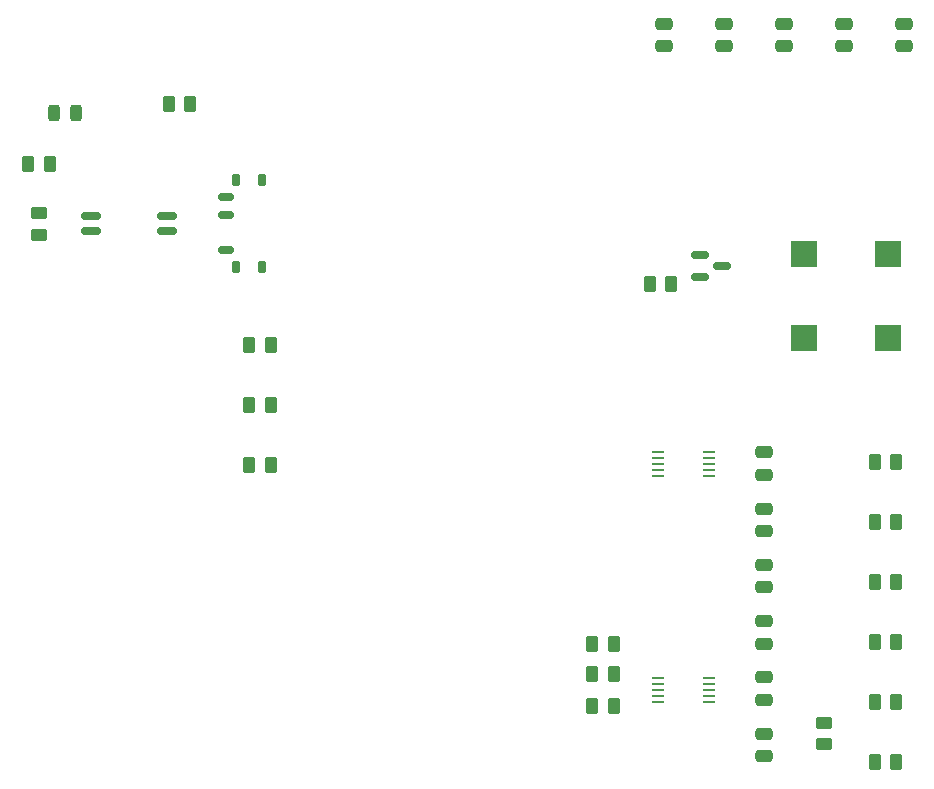
<source format=gbr>
%TF.GenerationSoftware,KiCad,Pcbnew,9.0.7*%
%TF.CreationDate,2026-02-19T19:21:46-05:00*%
%TF.ProjectId,low volt board - NL  S-3C-v2,6c6f7720-766f-46c7-9420-626f61726420,rev?*%
%TF.SameCoordinates,Original*%
%TF.FileFunction,Paste,Top*%
%TF.FilePolarity,Positive*%
%FSLAX46Y46*%
G04 Gerber Fmt 4.6, Leading zero omitted, Abs format (unit mm)*
G04 Created by KiCad (PCBNEW 9.0.7) date 2026-02-19 19:21:46*
%MOMM*%
%LPD*%
G01*
G04 APERTURE LIST*
G04 Aperture macros list*
%AMRoundRect*
0 Rectangle with rounded corners*
0 $1 Rounding radius*
0 $2 $3 $4 $5 $6 $7 $8 $9 X,Y pos of 4 corners*
0 Add a 4 corners polygon primitive as box body*
4,1,4,$2,$3,$4,$5,$6,$7,$8,$9,$2,$3,0*
0 Add four circle primitives for the rounded corners*
1,1,$1+$1,$2,$3*
1,1,$1+$1,$4,$5*
1,1,$1+$1,$6,$7*
1,1,$1+$1,$8,$9*
0 Add four rect primitives between the rounded corners*
20,1,$1+$1,$2,$3,$4,$5,0*
20,1,$1+$1,$4,$5,$6,$7,0*
20,1,$1+$1,$6,$7,$8,$9,0*
20,1,$1+$1,$8,$9,$2,$3,0*%
G04 Aperture macros list end*
%ADD10RoundRect,0.250000X0.262500X0.450000X-0.262500X0.450000X-0.262500X-0.450000X0.262500X-0.450000X0*%
%ADD11RoundRect,0.150000X0.662500X0.150000X-0.662500X0.150000X-0.662500X-0.150000X0.662500X-0.150000X0*%
%ADD12RoundRect,0.250000X-0.262500X-0.450000X0.262500X-0.450000X0.262500X0.450000X-0.262500X0.450000X0*%
%ADD13R,1.100000X0.250000*%
%ADD14RoundRect,0.243750X0.243750X0.456250X-0.243750X0.456250X-0.243750X-0.456250X0.243750X-0.456250X0*%
%ADD15RoundRect,0.250000X-0.475000X0.250000X-0.475000X-0.250000X0.475000X-0.250000X0.475000X0.250000X0*%
%ADD16RoundRect,0.150000X-0.587500X-0.150000X0.587500X-0.150000X0.587500X0.150000X-0.587500X0.150000X0*%
%ADD17RoundRect,0.250000X0.475000X-0.250000X0.475000X0.250000X-0.475000X0.250000X-0.475000X-0.250000X0*%
%ADD18RoundRect,0.250000X0.450000X-0.262500X0.450000X0.262500X-0.450000X0.262500X-0.450000X-0.262500X0*%
%ADD19RoundRect,0.150000X0.500000X-0.150000X0.500000X0.150000X-0.500000X0.150000X-0.500000X-0.150000X0*%
%ADD20RoundRect,0.175000X0.175000X-0.350000X0.175000X0.350000X-0.175000X0.350000X-0.175000X-0.350000X0*%
%ADD21RoundRect,0.250000X-0.450000X0.262500X-0.450000X-0.262500X0.450000X-0.262500X0.450000X0.262500X0*%
%ADD22R,2.300000X2.300000*%
G04 APERTURE END LIST*
D10*
%TO.C,R1-Buzzer1*%
X122837500Y-63500000D03*
X124662500Y-63500000D03*
%TD*%
D11*
%TO.C,U3-Opto1*%
X81927500Y-59055000D03*
X81927500Y-57785000D03*
X75552500Y-57785000D03*
X75552500Y-59055000D03*
%TD*%
D12*
%TO.C,R2-Throw-A1*%
X88895000Y-78830000D03*
X90720000Y-78830000D03*
%TD*%
D13*
%TO.C,U1*%
X123500000Y-77726000D03*
X123500000Y-78226000D03*
X123500000Y-78726000D03*
X123500000Y-79226000D03*
X123500000Y-79726000D03*
X127800000Y-79726000D03*
X127800000Y-79226000D03*
X127800000Y-78726000D03*
X127800000Y-78226000D03*
X127800000Y-77726000D03*
%TD*%
D12*
%TO.C,R5*%
X117935000Y-93966000D03*
X119760000Y-93966000D03*
%TD*%
D14*
%TO.C,D1-Opto1*%
X74250000Y-49000000D03*
X72375000Y-49000000D03*
%TD*%
D12*
%TO.C,R3-ThrowB1*%
X88895000Y-68670000D03*
X90720000Y-68670000D03*
%TD*%
%TO.C,R18-A1-2*%
X141860000Y-83656000D03*
X143685000Y-83656000D03*
%TD*%
D10*
%TO.C,R9-A2-2*%
X143685000Y-93816000D03*
X141860000Y-93816000D03*
%TD*%
D15*
%TO.C,C4-3v1*%
X129090000Y-41500000D03*
X129090000Y-43400000D03*
%TD*%
D10*
%TO.C,R8-A2-1*%
X143685000Y-98896000D03*
X141860000Y-98896000D03*
%TD*%
D16*
%TO.C,Q1-Buzzer1*%
X127082500Y-61060000D03*
X127082500Y-62960000D03*
X128957500Y-62010000D03*
%TD*%
D10*
%TO.C,R7-SDA1*%
X119760000Y-99250000D03*
X117935000Y-99250000D03*
%TD*%
D17*
%TO.C,C2*%
X132520000Y-93962000D03*
X132520000Y-92062000D03*
%TD*%
D18*
%TO.C,R15-Purple1*%
X137600000Y-102498500D03*
X137600000Y-100673500D03*
%TD*%
D15*
%TO.C,C2-5v1*%
X144330000Y-41500000D03*
X144330000Y-43400000D03*
%TD*%
D19*
%TO.C,SW1*%
X86950000Y-60670000D03*
X86950000Y-57670000D03*
X86950000Y-56170000D03*
D20*
X87800000Y-62095000D03*
X90000000Y-62095000D03*
X87800000Y-54745000D03*
X90000000Y-54745000D03*
%TD*%
D17*
%TO.C,C3*%
X132520000Y-89200000D03*
X132520000Y-87300000D03*
%TD*%
%TO.C,C6*%
X132520000Y-103486000D03*
X132520000Y-101586000D03*
%TD*%
D15*
%TO.C,C5-3v1*%
X134170000Y-41500000D03*
X134170000Y-43400000D03*
%TD*%
%TO.C,C3-3v1*%
X124010000Y-41500000D03*
X124010000Y-43400000D03*
%TD*%
D21*
%TO.C,R13-Opto-GND1*%
X71120000Y-57515000D03*
X71120000Y-59340000D03*
%TD*%
D15*
%TO.C,C1-5v1*%
X139250000Y-41500000D03*
X139250000Y-43400000D03*
%TD*%
D12*
%TO.C,R16-A2-0*%
X141860000Y-103976000D03*
X143685000Y-103976000D03*
%TD*%
%TO.C,R10-A2-3*%
X141860000Y-88736000D03*
X143685000Y-88736000D03*
%TD*%
D22*
%TO.C,LS1-Buzzer1*%
X143000000Y-68100000D03*
X143000000Y-61000000D03*
X135900000Y-61000000D03*
X135900000Y-68100000D03*
%TD*%
D10*
%TO.C,R6-SCL1*%
X119760000Y-96506000D03*
X117935000Y-96506000D03*
%TD*%
D12*
%TO.C,R12-Opto-PullUp1*%
X70207500Y-53340000D03*
X72032500Y-53340000D03*
%TD*%
D17*
%TO.C,C4*%
X132520000Y-84438000D03*
X132520000Y-82538000D03*
%TD*%
%TO.C,C5*%
X132520000Y-79676000D03*
X132520000Y-77776000D03*
%TD*%
D10*
%TO.C,R11-Opto-In1*%
X83912500Y-48250000D03*
X82087500Y-48250000D03*
%TD*%
D13*
%TO.C,U2*%
X123500000Y-96879700D03*
X123500000Y-97379700D03*
X123500000Y-97879700D03*
X123500000Y-98379700D03*
X123500000Y-98879700D03*
X127800000Y-98879700D03*
X127800000Y-98379700D03*
X127800000Y-97879700D03*
X127800000Y-97379700D03*
X127800000Y-96879700D03*
%TD*%
D12*
%TO.C,R17-A1-3*%
X141860000Y-78576000D03*
X143685000Y-78576000D03*
%TD*%
D15*
%TO.C,C1*%
X132520000Y-96824000D03*
X132520000Y-98724000D03*
%TD*%
D10*
%TO.C,R4-Common1*%
X90720000Y-73750000D03*
X88895000Y-73750000D03*
%TD*%
M02*

</source>
